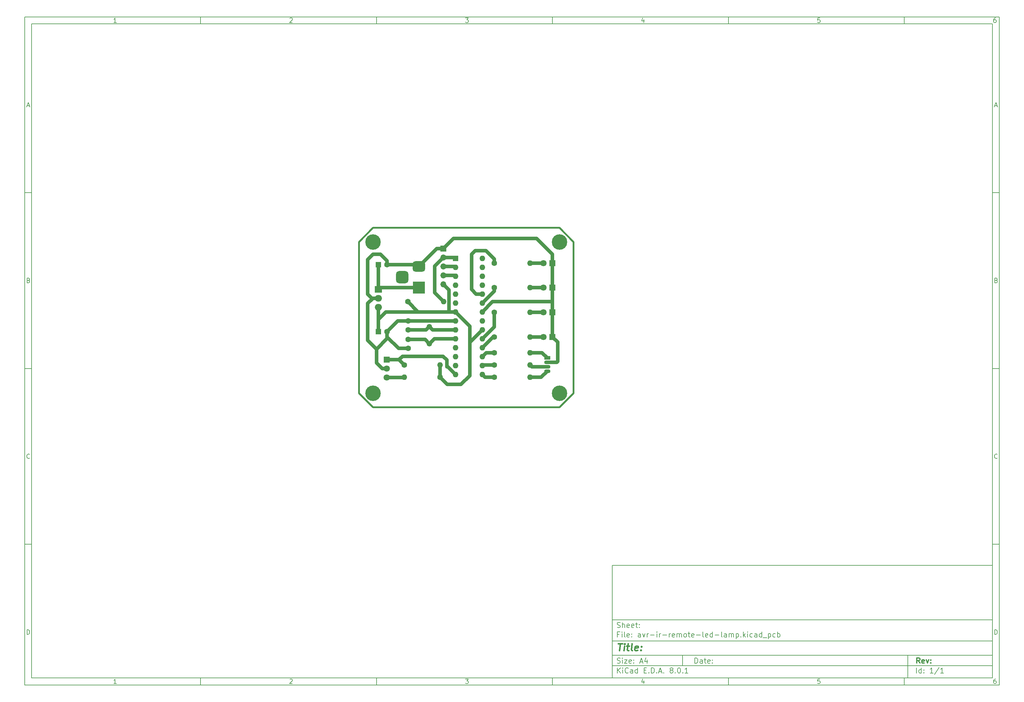
<source format=gbr>
%TF.GenerationSoftware,KiCad,Pcbnew,8.0.1*%
%TF.CreationDate,2024-05-04T21:14:10+05:30*%
%TF.ProjectId,avr-ir-remote-led-lamp,6176722d-6972-42d7-9265-6d6f74652d6c,rev?*%
%TF.SameCoordinates,Original*%
%TF.FileFunction,Copper,L2,Bot*%
%TF.FilePolarity,Positive*%
%FSLAX46Y46*%
G04 Gerber Fmt 4.6, Leading zero omitted, Abs format (unit mm)*
G04 Created by KiCad (PCBNEW 8.0.1) date 2024-05-04 21:14:10*
%MOMM*%
%LPD*%
G01*
G04 APERTURE LIST*
G04 Aperture macros list*
%AMRoundRect*
0 Rectangle with rounded corners*
0 $1 Rounding radius*
0 $2 $3 $4 $5 $6 $7 $8 $9 X,Y pos of 4 corners*
0 Add a 4 corners polygon primitive as box body*
4,1,4,$2,$3,$4,$5,$6,$7,$8,$9,$2,$3,0*
0 Add four circle primitives for the rounded corners*
1,1,$1+$1,$2,$3*
1,1,$1+$1,$4,$5*
1,1,$1+$1,$6,$7*
1,1,$1+$1,$8,$9*
0 Add four rect primitives between the rounded corners*
20,1,$1+$1,$2,$3,$4,$5,0*
20,1,$1+$1,$4,$5,$6,$7,0*
20,1,$1+$1,$6,$7,$8,$9,0*
20,1,$1+$1,$8,$9,$2,$3,0*%
G04 Aperture macros list end*
%ADD10C,0.100000*%
%ADD11C,0.150000*%
%ADD12C,0.300000*%
%ADD13C,0.400000*%
%TA.AperFunction,NonConductor*%
%ADD14C,0.500000*%
%TD*%
%TA.AperFunction,ComponentPad*%
%ADD15R,2.000000X1.905000*%
%TD*%
%TA.AperFunction,ComponentPad*%
%ADD16O,2.000000X1.905000*%
%TD*%
%TA.AperFunction,ComponentPad*%
%ADD17C,1.600000*%
%TD*%
%TA.AperFunction,ComponentPad*%
%ADD18O,1.600000X1.600000*%
%TD*%
%TA.AperFunction,ComponentPad*%
%ADD19R,1.800000X1.800000*%
%TD*%
%TA.AperFunction,ComponentPad*%
%ADD20C,1.800000*%
%TD*%
%TA.AperFunction,ComponentPad*%
%ADD21R,1.800000X1.070000*%
%TD*%
%TA.AperFunction,ComponentPad*%
%ADD22O,1.800000X1.070000*%
%TD*%
%TA.AperFunction,ComponentPad*%
%ADD23R,1.700000X1.700000*%
%TD*%
%TA.AperFunction,ComponentPad*%
%ADD24O,1.700000X1.700000*%
%TD*%
%TA.AperFunction,ComponentPad*%
%ADD25R,3.500000X3.500000*%
%TD*%
%TA.AperFunction,ComponentPad*%
%ADD26RoundRect,0.750000X-1.000000X0.750000X-1.000000X-0.750000X1.000000X-0.750000X1.000000X0.750000X0*%
%TD*%
%TA.AperFunction,ComponentPad*%
%ADD27RoundRect,0.875000X-0.875000X0.875000X-0.875000X-0.875000X0.875000X-0.875000X0.875000X0.875000X0*%
%TD*%
%TA.AperFunction,ComponentPad*%
%ADD28C,4.400000*%
%TD*%
%TA.AperFunction,ComponentPad*%
%ADD29R,1.600000X1.600000*%
%TD*%
%TA.AperFunction,ComponentPad*%
%ADD30C,1.500000*%
%TD*%
%TA.AperFunction,Conductor*%
%ADD31C,1.000000*%
%TD*%
G04 APERTURE END LIST*
D10*
D11*
X177002200Y-166007200D02*
X285002200Y-166007200D01*
X285002200Y-198007200D01*
X177002200Y-198007200D01*
X177002200Y-166007200D01*
D10*
D11*
X10000000Y-10000000D02*
X287002200Y-10000000D01*
X287002200Y-200007200D01*
X10000000Y-200007200D01*
X10000000Y-10000000D01*
D10*
D11*
X12000000Y-12000000D02*
X285002200Y-12000000D01*
X285002200Y-198007200D01*
X12000000Y-198007200D01*
X12000000Y-12000000D01*
D10*
D11*
X60000000Y-12000000D02*
X60000000Y-10000000D01*
D10*
D11*
X110000000Y-12000000D02*
X110000000Y-10000000D01*
D10*
D11*
X160000000Y-12000000D02*
X160000000Y-10000000D01*
D10*
D11*
X210000000Y-12000000D02*
X210000000Y-10000000D01*
D10*
D11*
X260000000Y-12000000D02*
X260000000Y-10000000D01*
D10*
D11*
X36089160Y-11593604D02*
X35346303Y-11593604D01*
X35717731Y-11593604D02*
X35717731Y-10293604D01*
X35717731Y-10293604D02*
X35593922Y-10479319D01*
X35593922Y-10479319D02*
X35470112Y-10603128D01*
X35470112Y-10603128D02*
X35346303Y-10665033D01*
D10*
D11*
X85346303Y-10417414D02*
X85408207Y-10355509D01*
X85408207Y-10355509D02*
X85532017Y-10293604D01*
X85532017Y-10293604D02*
X85841541Y-10293604D01*
X85841541Y-10293604D02*
X85965350Y-10355509D01*
X85965350Y-10355509D02*
X86027255Y-10417414D01*
X86027255Y-10417414D02*
X86089160Y-10541223D01*
X86089160Y-10541223D02*
X86089160Y-10665033D01*
X86089160Y-10665033D02*
X86027255Y-10850747D01*
X86027255Y-10850747D02*
X85284398Y-11593604D01*
X85284398Y-11593604D02*
X86089160Y-11593604D01*
D10*
D11*
X135284398Y-10293604D02*
X136089160Y-10293604D01*
X136089160Y-10293604D02*
X135655826Y-10788842D01*
X135655826Y-10788842D02*
X135841541Y-10788842D01*
X135841541Y-10788842D02*
X135965350Y-10850747D01*
X135965350Y-10850747D02*
X136027255Y-10912652D01*
X136027255Y-10912652D02*
X136089160Y-11036461D01*
X136089160Y-11036461D02*
X136089160Y-11345985D01*
X136089160Y-11345985D02*
X136027255Y-11469795D01*
X136027255Y-11469795D02*
X135965350Y-11531700D01*
X135965350Y-11531700D02*
X135841541Y-11593604D01*
X135841541Y-11593604D02*
X135470112Y-11593604D01*
X135470112Y-11593604D02*
X135346303Y-11531700D01*
X135346303Y-11531700D02*
X135284398Y-11469795D01*
D10*
D11*
X185965350Y-10726938D02*
X185965350Y-11593604D01*
X185655826Y-10231700D02*
X185346303Y-11160271D01*
X185346303Y-11160271D02*
X186151064Y-11160271D01*
D10*
D11*
X236027255Y-10293604D02*
X235408207Y-10293604D01*
X235408207Y-10293604D02*
X235346303Y-10912652D01*
X235346303Y-10912652D02*
X235408207Y-10850747D01*
X235408207Y-10850747D02*
X235532017Y-10788842D01*
X235532017Y-10788842D02*
X235841541Y-10788842D01*
X235841541Y-10788842D02*
X235965350Y-10850747D01*
X235965350Y-10850747D02*
X236027255Y-10912652D01*
X236027255Y-10912652D02*
X236089160Y-11036461D01*
X236089160Y-11036461D02*
X236089160Y-11345985D01*
X236089160Y-11345985D02*
X236027255Y-11469795D01*
X236027255Y-11469795D02*
X235965350Y-11531700D01*
X235965350Y-11531700D02*
X235841541Y-11593604D01*
X235841541Y-11593604D02*
X235532017Y-11593604D01*
X235532017Y-11593604D02*
X235408207Y-11531700D01*
X235408207Y-11531700D02*
X235346303Y-11469795D01*
D10*
D11*
X285965350Y-10293604D02*
X285717731Y-10293604D01*
X285717731Y-10293604D02*
X285593922Y-10355509D01*
X285593922Y-10355509D02*
X285532017Y-10417414D01*
X285532017Y-10417414D02*
X285408207Y-10603128D01*
X285408207Y-10603128D02*
X285346303Y-10850747D01*
X285346303Y-10850747D02*
X285346303Y-11345985D01*
X285346303Y-11345985D02*
X285408207Y-11469795D01*
X285408207Y-11469795D02*
X285470112Y-11531700D01*
X285470112Y-11531700D02*
X285593922Y-11593604D01*
X285593922Y-11593604D02*
X285841541Y-11593604D01*
X285841541Y-11593604D02*
X285965350Y-11531700D01*
X285965350Y-11531700D02*
X286027255Y-11469795D01*
X286027255Y-11469795D02*
X286089160Y-11345985D01*
X286089160Y-11345985D02*
X286089160Y-11036461D01*
X286089160Y-11036461D02*
X286027255Y-10912652D01*
X286027255Y-10912652D02*
X285965350Y-10850747D01*
X285965350Y-10850747D02*
X285841541Y-10788842D01*
X285841541Y-10788842D02*
X285593922Y-10788842D01*
X285593922Y-10788842D02*
X285470112Y-10850747D01*
X285470112Y-10850747D02*
X285408207Y-10912652D01*
X285408207Y-10912652D02*
X285346303Y-11036461D01*
D10*
D11*
X60000000Y-198007200D02*
X60000000Y-200007200D01*
D10*
D11*
X110000000Y-198007200D02*
X110000000Y-200007200D01*
D10*
D11*
X160000000Y-198007200D02*
X160000000Y-200007200D01*
D10*
D11*
X210000000Y-198007200D02*
X210000000Y-200007200D01*
D10*
D11*
X260000000Y-198007200D02*
X260000000Y-200007200D01*
D10*
D11*
X36089160Y-199600804D02*
X35346303Y-199600804D01*
X35717731Y-199600804D02*
X35717731Y-198300804D01*
X35717731Y-198300804D02*
X35593922Y-198486519D01*
X35593922Y-198486519D02*
X35470112Y-198610328D01*
X35470112Y-198610328D02*
X35346303Y-198672233D01*
D10*
D11*
X85346303Y-198424614D02*
X85408207Y-198362709D01*
X85408207Y-198362709D02*
X85532017Y-198300804D01*
X85532017Y-198300804D02*
X85841541Y-198300804D01*
X85841541Y-198300804D02*
X85965350Y-198362709D01*
X85965350Y-198362709D02*
X86027255Y-198424614D01*
X86027255Y-198424614D02*
X86089160Y-198548423D01*
X86089160Y-198548423D02*
X86089160Y-198672233D01*
X86089160Y-198672233D02*
X86027255Y-198857947D01*
X86027255Y-198857947D02*
X85284398Y-199600804D01*
X85284398Y-199600804D02*
X86089160Y-199600804D01*
D10*
D11*
X135284398Y-198300804D02*
X136089160Y-198300804D01*
X136089160Y-198300804D02*
X135655826Y-198796042D01*
X135655826Y-198796042D02*
X135841541Y-198796042D01*
X135841541Y-198796042D02*
X135965350Y-198857947D01*
X135965350Y-198857947D02*
X136027255Y-198919852D01*
X136027255Y-198919852D02*
X136089160Y-199043661D01*
X136089160Y-199043661D02*
X136089160Y-199353185D01*
X136089160Y-199353185D02*
X136027255Y-199476995D01*
X136027255Y-199476995D02*
X135965350Y-199538900D01*
X135965350Y-199538900D02*
X135841541Y-199600804D01*
X135841541Y-199600804D02*
X135470112Y-199600804D01*
X135470112Y-199600804D02*
X135346303Y-199538900D01*
X135346303Y-199538900D02*
X135284398Y-199476995D01*
D10*
D11*
X185965350Y-198734138D02*
X185965350Y-199600804D01*
X185655826Y-198238900D02*
X185346303Y-199167471D01*
X185346303Y-199167471D02*
X186151064Y-199167471D01*
D10*
D11*
X236027255Y-198300804D02*
X235408207Y-198300804D01*
X235408207Y-198300804D02*
X235346303Y-198919852D01*
X235346303Y-198919852D02*
X235408207Y-198857947D01*
X235408207Y-198857947D02*
X235532017Y-198796042D01*
X235532017Y-198796042D02*
X235841541Y-198796042D01*
X235841541Y-198796042D02*
X235965350Y-198857947D01*
X235965350Y-198857947D02*
X236027255Y-198919852D01*
X236027255Y-198919852D02*
X236089160Y-199043661D01*
X236089160Y-199043661D02*
X236089160Y-199353185D01*
X236089160Y-199353185D02*
X236027255Y-199476995D01*
X236027255Y-199476995D02*
X235965350Y-199538900D01*
X235965350Y-199538900D02*
X235841541Y-199600804D01*
X235841541Y-199600804D02*
X235532017Y-199600804D01*
X235532017Y-199600804D02*
X235408207Y-199538900D01*
X235408207Y-199538900D02*
X235346303Y-199476995D01*
D10*
D11*
X285965350Y-198300804D02*
X285717731Y-198300804D01*
X285717731Y-198300804D02*
X285593922Y-198362709D01*
X285593922Y-198362709D02*
X285532017Y-198424614D01*
X285532017Y-198424614D02*
X285408207Y-198610328D01*
X285408207Y-198610328D02*
X285346303Y-198857947D01*
X285346303Y-198857947D02*
X285346303Y-199353185D01*
X285346303Y-199353185D02*
X285408207Y-199476995D01*
X285408207Y-199476995D02*
X285470112Y-199538900D01*
X285470112Y-199538900D02*
X285593922Y-199600804D01*
X285593922Y-199600804D02*
X285841541Y-199600804D01*
X285841541Y-199600804D02*
X285965350Y-199538900D01*
X285965350Y-199538900D02*
X286027255Y-199476995D01*
X286027255Y-199476995D02*
X286089160Y-199353185D01*
X286089160Y-199353185D02*
X286089160Y-199043661D01*
X286089160Y-199043661D02*
X286027255Y-198919852D01*
X286027255Y-198919852D02*
X285965350Y-198857947D01*
X285965350Y-198857947D02*
X285841541Y-198796042D01*
X285841541Y-198796042D02*
X285593922Y-198796042D01*
X285593922Y-198796042D02*
X285470112Y-198857947D01*
X285470112Y-198857947D02*
X285408207Y-198919852D01*
X285408207Y-198919852D02*
X285346303Y-199043661D01*
D10*
D11*
X10000000Y-60000000D02*
X12000000Y-60000000D01*
D10*
D11*
X10000000Y-110000000D02*
X12000000Y-110000000D01*
D10*
D11*
X10000000Y-160000000D02*
X12000000Y-160000000D01*
D10*
D11*
X10690476Y-35222176D02*
X11309523Y-35222176D01*
X10566666Y-35593604D02*
X10999999Y-34293604D01*
X10999999Y-34293604D02*
X11433333Y-35593604D01*
D10*
D11*
X11092857Y-84912652D02*
X11278571Y-84974557D01*
X11278571Y-84974557D02*
X11340476Y-85036461D01*
X11340476Y-85036461D02*
X11402380Y-85160271D01*
X11402380Y-85160271D02*
X11402380Y-85345985D01*
X11402380Y-85345985D02*
X11340476Y-85469795D01*
X11340476Y-85469795D02*
X11278571Y-85531700D01*
X11278571Y-85531700D02*
X11154761Y-85593604D01*
X11154761Y-85593604D02*
X10659523Y-85593604D01*
X10659523Y-85593604D02*
X10659523Y-84293604D01*
X10659523Y-84293604D02*
X11092857Y-84293604D01*
X11092857Y-84293604D02*
X11216666Y-84355509D01*
X11216666Y-84355509D02*
X11278571Y-84417414D01*
X11278571Y-84417414D02*
X11340476Y-84541223D01*
X11340476Y-84541223D02*
X11340476Y-84665033D01*
X11340476Y-84665033D02*
X11278571Y-84788842D01*
X11278571Y-84788842D02*
X11216666Y-84850747D01*
X11216666Y-84850747D02*
X11092857Y-84912652D01*
X11092857Y-84912652D02*
X10659523Y-84912652D01*
D10*
D11*
X11402380Y-135469795D02*
X11340476Y-135531700D01*
X11340476Y-135531700D02*
X11154761Y-135593604D01*
X11154761Y-135593604D02*
X11030952Y-135593604D01*
X11030952Y-135593604D02*
X10845238Y-135531700D01*
X10845238Y-135531700D02*
X10721428Y-135407890D01*
X10721428Y-135407890D02*
X10659523Y-135284080D01*
X10659523Y-135284080D02*
X10597619Y-135036461D01*
X10597619Y-135036461D02*
X10597619Y-134850747D01*
X10597619Y-134850747D02*
X10659523Y-134603128D01*
X10659523Y-134603128D02*
X10721428Y-134479319D01*
X10721428Y-134479319D02*
X10845238Y-134355509D01*
X10845238Y-134355509D02*
X11030952Y-134293604D01*
X11030952Y-134293604D02*
X11154761Y-134293604D01*
X11154761Y-134293604D02*
X11340476Y-134355509D01*
X11340476Y-134355509D02*
X11402380Y-134417414D01*
D10*
D11*
X10659523Y-185593604D02*
X10659523Y-184293604D01*
X10659523Y-184293604D02*
X10969047Y-184293604D01*
X10969047Y-184293604D02*
X11154761Y-184355509D01*
X11154761Y-184355509D02*
X11278571Y-184479319D01*
X11278571Y-184479319D02*
X11340476Y-184603128D01*
X11340476Y-184603128D02*
X11402380Y-184850747D01*
X11402380Y-184850747D02*
X11402380Y-185036461D01*
X11402380Y-185036461D02*
X11340476Y-185284080D01*
X11340476Y-185284080D02*
X11278571Y-185407890D01*
X11278571Y-185407890D02*
X11154761Y-185531700D01*
X11154761Y-185531700D02*
X10969047Y-185593604D01*
X10969047Y-185593604D02*
X10659523Y-185593604D01*
D10*
D11*
X287002200Y-60000000D02*
X285002200Y-60000000D01*
D10*
D11*
X287002200Y-110000000D02*
X285002200Y-110000000D01*
D10*
D11*
X287002200Y-160000000D02*
X285002200Y-160000000D01*
D10*
D11*
X285692676Y-35222176D02*
X286311723Y-35222176D01*
X285568866Y-35593604D02*
X286002199Y-34293604D01*
X286002199Y-34293604D02*
X286435533Y-35593604D01*
D10*
D11*
X286095057Y-84912652D02*
X286280771Y-84974557D01*
X286280771Y-84974557D02*
X286342676Y-85036461D01*
X286342676Y-85036461D02*
X286404580Y-85160271D01*
X286404580Y-85160271D02*
X286404580Y-85345985D01*
X286404580Y-85345985D02*
X286342676Y-85469795D01*
X286342676Y-85469795D02*
X286280771Y-85531700D01*
X286280771Y-85531700D02*
X286156961Y-85593604D01*
X286156961Y-85593604D02*
X285661723Y-85593604D01*
X285661723Y-85593604D02*
X285661723Y-84293604D01*
X285661723Y-84293604D02*
X286095057Y-84293604D01*
X286095057Y-84293604D02*
X286218866Y-84355509D01*
X286218866Y-84355509D02*
X286280771Y-84417414D01*
X286280771Y-84417414D02*
X286342676Y-84541223D01*
X286342676Y-84541223D02*
X286342676Y-84665033D01*
X286342676Y-84665033D02*
X286280771Y-84788842D01*
X286280771Y-84788842D02*
X286218866Y-84850747D01*
X286218866Y-84850747D02*
X286095057Y-84912652D01*
X286095057Y-84912652D02*
X285661723Y-84912652D01*
D10*
D11*
X286404580Y-135469795D02*
X286342676Y-135531700D01*
X286342676Y-135531700D02*
X286156961Y-135593604D01*
X286156961Y-135593604D02*
X286033152Y-135593604D01*
X286033152Y-135593604D02*
X285847438Y-135531700D01*
X285847438Y-135531700D02*
X285723628Y-135407890D01*
X285723628Y-135407890D02*
X285661723Y-135284080D01*
X285661723Y-135284080D02*
X285599819Y-135036461D01*
X285599819Y-135036461D02*
X285599819Y-134850747D01*
X285599819Y-134850747D02*
X285661723Y-134603128D01*
X285661723Y-134603128D02*
X285723628Y-134479319D01*
X285723628Y-134479319D02*
X285847438Y-134355509D01*
X285847438Y-134355509D02*
X286033152Y-134293604D01*
X286033152Y-134293604D02*
X286156961Y-134293604D01*
X286156961Y-134293604D02*
X286342676Y-134355509D01*
X286342676Y-134355509D02*
X286404580Y-134417414D01*
D10*
D11*
X285661723Y-185593604D02*
X285661723Y-184293604D01*
X285661723Y-184293604D02*
X285971247Y-184293604D01*
X285971247Y-184293604D02*
X286156961Y-184355509D01*
X286156961Y-184355509D02*
X286280771Y-184479319D01*
X286280771Y-184479319D02*
X286342676Y-184603128D01*
X286342676Y-184603128D02*
X286404580Y-184850747D01*
X286404580Y-184850747D02*
X286404580Y-185036461D01*
X286404580Y-185036461D02*
X286342676Y-185284080D01*
X286342676Y-185284080D02*
X286280771Y-185407890D01*
X286280771Y-185407890D02*
X286156961Y-185531700D01*
X286156961Y-185531700D02*
X285971247Y-185593604D01*
X285971247Y-185593604D02*
X285661723Y-185593604D01*
D10*
D11*
X200458026Y-193793328D02*
X200458026Y-192293328D01*
X200458026Y-192293328D02*
X200815169Y-192293328D01*
X200815169Y-192293328D02*
X201029455Y-192364757D01*
X201029455Y-192364757D02*
X201172312Y-192507614D01*
X201172312Y-192507614D02*
X201243741Y-192650471D01*
X201243741Y-192650471D02*
X201315169Y-192936185D01*
X201315169Y-192936185D02*
X201315169Y-193150471D01*
X201315169Y-193150471D02*
X201243741Y-193436185D01*
X201243741Y-193436185D02*
X201172312Y-193579042D01*
X201172312Y-193579042D02*
X201029455Y-193721900D01*
X201029455Y-193721900D02*
X200815169Y-193793328D01*
X200815169Y-193793328D02*
X200458026Y-193793328D01*
X202600884Y-193793328D02*
X202600884Y-193007614D01*
X202600884Y-193007614D02*
X202529455Y-192864757D01*
X202529455Y-192864757D02*
X202386598Y-192793328D01*
X202386598Y-192793328D02*
X202100884Y-192793328D01*
X202100884Y-192793328D02*
X201958026Y-192864757D01*
X202600884Y-193721900D02*
X202458026Y-193793328D01*
X202458026Y-193793328D02*
X202100884Y-193793328D01*
X202100884Y-193793328D02*
X201958026Y-193721900D01*
X201958026Y-193721900D02*
X201886598Y-193579042D01*
X201886598Y-193579042D02*
X201886598Y-193436185D01*
X201886598Y-193436185D02*
X201958026Y-193293328D01*
X201958026Y-193293328D02*
X202100884Y-193221900D01*
X202100884Y-193221900D02*
X202458026Y-193221900D01*
X202458026Y-193221900D02*
X202600884Y-193150471D01*
X203100884Y-192793328D02*
X203672312Y-192793328D01*
X203315169Y-192293328D02*
X203315169Y-193579042D01*
X203315169Y-193579042D02*
X203386598Y-193721900D01*
X203386598Y-193721900D02*
X203529455Y-193793328D01*
X203529455Y-193793328D02*
X203672312Y-193793328D01*
X204743741Y-193721900D02*
X204600884Y-193793328D01*
X204600884Y-193793328D02*
X204315170Y-193793328D01*
X204315170Y-193793328D02*
X204172312Y-193721900D01*
X204172312Y-193721900D02*
X204100884Y-193579042D01*
X204100884Y-193579042D02*
X204100884Y-193007614D01*
X204100884Y-193007614D02*
X204172312Y-192864757D01*
X204172312Y-192864757D02*
X204315170Y-192793328D01*
X204315170Y-192793328D02*
X204600884Y-192793328D01*
X204600884Y-192793328D02*
X204743741Y-192864757D01*
X204743741Y-192864757D02*
X204815170Y-193007614D01*
X204815170Y-193007614D02*
X204815170Y-193150471D01*
X204815170Y-193150471D02*
X204100884Y-193293328D01*
X205458026Y-193650471D02*
X205529455Y-193721900D01*
X205529455Y-193721900D02*
X205458026Y-193793328D01*
X205458026Y-193793328D02*
X205386598Y-193721900D01*
X205386598Y-193721900D02*
X205458026Y-193650471D01*
X205458026Y-193650471D02*
X205458026Y-193793328D01*
X205458026Y-192864757D02*
X205529455Y-192936185D01*
X205529455Y-192936185D02*
X205458026Y-193007614D01*
X205458026Y-193007614D02*
X205386598Y-192936185D01*
X205386598Y-192936185D02*
X205458026Y-192864757D01*
X205458026Y-192864757D02*
X205458026Y-193007614D01*
D10*
D11*
X177002200Y-194507200D02*
X285002200Y-194507200D01*
D10*
D11*
X178458026Y-196593328D02*
X178458026Y-195093328D01*
X179315169Y-196593328D02*
X178672312Y-195736185D01*
X179315169Y-195093328D02*
X178458026Y-195950471D01*
X179958026Y-196593328D02*
X179958026Y-195593328D01*
X179958026Y-195093328D02*
X179886598Y-195164757D01*
X179886598Y-195164757D02*
X179958026Y-195236185D01*
X179958026Y-195236185D02*
X180029455Y-195164757D01*
X180029455Y-195164757D02*
X179958026Y-195093328D01*
X179958026Y-195093328D02*
X179958026Y-195236185D01*
X181529455Y-196450471D02*
X181458027Y-196521900D01*
X181458027Y-196521900D02*
X181243741Y-196593328D01*
X181243741Y-196593328D02*
X181100884Y-196593328D01*
X181100884Y-196593328D02*
X180886598Y-196521900D01*
X180886598Y-196521900D02*
X180743741Y-196379042D01*
X180743741Y-196379042D02*
X180672312Y-196236185D01*
X180672312Y-196236185D02*
X180600884Y-195950471D01*
X180600884Y-195950471D02*
X180600884Y-195736185D01*
X180600884Y-195736185D02*
X180672312Y-195450471D01*
X180672312Y-195450471D02*
X180743741Y-195307614D01*
X180743741Y-195307614D02*
X180886598Y-195164757D01*
X180886598Y-195164757D02*
X181100884Y-195093328D01*
X181100884Y-195093328D02*
X181243741Y-195093328D01*
X181243741Y-195093328D02*
X181458027Y-195164757D01*
X181458027Y-195164757D02*
X181529455Y-195236185D01*
X182815170Y-196593328D02*
X182815170Y-195807614D01*
X182815170Y-195807614D02*
X182743741Y-195664757D01*
X182743741Y-195664757D02*
X182600884Y-195593328D01*
X182600884Y-195593328D02*
X182315170Y-195593328D01*
X182315170Y-195593328D02*
X182172312Y-195664757D01*
X182815170Y-196521900D02*
X182672312Y-196593328D01*
X182672312Y-196593328D02*
X182315170Y-196593328D01*
X182315170Y-196593328D02*
X182172312Y-196521900D01*
X182172312Y-196521900D02*
X182100884Y-196379042D01*
X182100884Y-196379042D02*
X182100884Y-196236185D01*
X182100884Y-196236185D02*
X182172312Y-196093328D01*
X182172312Y-196093328D02*
X182315170Y-196021900D01*
X182315170Y-196021900D02*
X182672312Y-196021900D01*
X182672312Y-196021900D02*
X182815170Y-195950471D01*
X184172313Y-196593328D02*
X184172313Y-195093328D01*
X184172313Y-196521900D02*
X184029455Y-196593328D01*
X184029455Y-196593328D02*
X183743741Y-196593328D01*
X183743741Y-196593328D02*
X183600884Y-196521900D01*
X183600884Y-196521900D02*
X183529455Y-196450471D01*
X183529455Y-196450471D02*
X183458027Y-196307614D01*
X183458027Y-196307614D02*
X183458027Y-195879042D01*
X183458027Y-195879042D02*
X183529455Y-195736185D01*
X183529455Y-195736185D02*
X183600884Y-195664757D01*
X183600884Y-195664757D02*
X183743741Y-195593328D01*
X183743741Y-195593328D02*
X184029455Y-195593328D01*
X184029455Y-195593328D02*
X184172313Y-195664757D01*
X186029455Y-195807614D02*
X186529455Y-195807614D01*
X186743741Y-196593328D02*
X186029455Y-196593328D01*
X186029455Y-196593328D02*
X186029455Y-195093328D01*
X186029455Y-195093328D02*
X186743741Y-195093328D01*
X187386598Y-196450471D02*
X187458027Y-196521900D01*
X187458027Y-196521900D02*
X187386598Y-196593328D01*
X187386598Y-196593328D02*
X187315170Y-196521900D01*
X187315170Y-196521900D02*
X187386598Y-196450471D01*
X187386598Y-196450471D02*
X187386598Y-196593328D01*
X188100884Y-196593328D02*
X188100884Y-195093328D01*
X188100884Y-195093328D02*
X188458027Y-195093328D01*
X188458027Y-195093328D02*
X188672313Y-195164757D01*
X188672313Y-195164757D02*
X188815170Y-195307614D01*
X188815170Y-195307614D02*
X188886599Y-195450471D01*
X188886599Y-195450471D02*
X188958027Y-195736185D01*
X188958027Y-195736185D02*
X188958027Y-195950471D01*
X188958027Y-195950471D02*
X188886599Y-196236185D01*
X188886599Y-196236185D02*
X188815170Y-196379042D01*
X188815170Y-196379042D02*
X188672313Y-196521900D01*
X188672313Y-196521900D02*
X188458027Y-196593328D01*
X188458027Y-196593328D02*
X188100884Y-196593328D01*
X189600884Y-196450471D02*
X189672313Y-196521900D01*
X189672313Y-196521900D02*
X189600884Y-196593328D01*
X189600884Y-196593328D02*
X189529456Y-196521900D01*
X189529456Y-196521900D02*
X189600884Y-196450471D01*
X189600884Y-196450471D02*
X189600884Y-196593328D01*
X190243742Y-196164757D02*
X190958028Y-196164757D01*
X190100885Y-196593328D02*
X190600885Y-195093328D01*
X190600885Y-195093328D02*
X191100885Y-196593328D01*
X191600884Y-196450471D02*
X191672313Y-196521900D01*
X191672313Y-196521900D02*
X191600884Y-196593328D01*
X191600884Y-196593328D02*
X191529456Y-196521900D01*
X191529456Y-196521900D02*
X191600884Y-196450471D01*
X191600884Y-196450471D02*
X191600884Y-196593328D01*
X193672313Y-195736185D02*
X193529456Y-195664757D01*
X193529456Y-195664757D02*
X193458027Y-195593328D01*
X193458027Y-195593328D02*
X193386599Y-195450471D01*
X193386599Y-195450471D02*
X193386599Y-195379042D01*
X193386599Y-195379042D02*
X193458027Y-195236185D01*
X193458027Y-195236185D02*
X193529456Y-195164757D01*
X193529456Y-195164757D02*
X193672313Y-195093328D01*
X193672313Y-195093328D02*
X193958027Y-195093328D01*
X193958027Y-195093328D02*
X194100885Y-195164757D01*
X194100885Y-195164757D02*
X194172313Y-195236185D01*
X194172313Y-195236185D02*
X194243742Y-195379042D01*
X194243742Y-195379042D02*
X194243742Y-195450471D01*
X194243742Y-195450471D02*
X194172313Y-195593328D01*
X194172313Y-195593328D02*
X194100885Y-195664757D01*
X194100885Y-195664757D02*
X193958027Y-195736185D01*
X193958027Y-195736185D02*
X193672313Y-195736185D01*
X193672313Y-195736185D02*
X193529456Y-195807614D01*
X193529456Y-195807614D02*
X193458027Y-195879042D01*
X193458027Y-195879042D02*
X193386599Y-196021900D01*
X193386599Y-196021900D02*
X193386599Y-196307614D01*
X193386599Y-196307614D02*
X193458027Y-196450471D01*
X193458027Y-196450471D02*
X193529456Y-196521900D01*
X193529456Y-196521900D02*
X193672313Y-196593328D01*
X193672313Y-196593328D02*
X193958027Y-196593328D01*
X193958027Y-196593328D02*
X194100885Y-196521900D01*
X194100885Y-196521900D02*
X194172313Y-196450471D01*
X194172313Y-196450471D02*
X194243742Y-196307614D01*
X194243742Y-196307614D02*
X194243742Y-196021900D01*
X194243742Y-196021900D02*
X194172313Y-195879042D01*
X194172313Y-195879042D02*
X194100885Y-195807614D01*
X194100885Y-195807614D02*
X193958027Y-195736185D01*
X194886598Y-196450471D02*
X194958027Y-196521900D01*
X194958027Y-196521900D02*
X194886598Y-196593328D01*
X194886598Y-196593328D02*
X194815170Y-196521900D01*
X194815170Y-196521900D02*
X194886598Y-196450471D01*
X194886598Y-196450471D02*
X194886598Y-196593328D01*
X195886599Y-195093328D02*
X196029456Y-195093328D01*
X196029456Y-195093328D02*
X196172313Y-195164757D01*
X196172313Y-195164757D02*
X196243742Y-195236185D01*
X196243742Y-195236185D02*
X196315170Y-195379042D01*
X196315170Y-195379042D02*
X196386599Y-195664757D01*
X196386599Y-195664757D02*
X196386599Y-196021900D01*
X196386599Y-196021900D02*
X196315170Y-196307614D01*
X196315170Y-196307614D02*
X196243742Y-196450471D01*
X196243742Y-196450471D02*
X196172313Y-196521900D01*
X196172313Y-196521900D02*
X196029456Y-196593328D01*
X196029456Y-196593328D02*
X195886599Y-196593328D01*
X195886599Y-196593328D02*
X195743742Y-196521900D01*
X195743742Y-196521900D02*
X195672313Y-196450471D01*
X195672313Y-196450471D02*
X195600884Y-196307614D01*
X195600884Y-196307614D02*
X195529456Y-196021900D01*
X195529456Y-196021900D02*
X195529456Y-195664757D01*
X195529456Y-195664757D02*
X195600884Y-195379042D01*
X195600884Y-195379042D02*
X195672313Y-195236185D01*
X195672313Y-195236185D02*
X195743742Y-195164757D01*
X195743742Y-195164757D02*
X195886599Y-195093328D01*
X197029455Y-196450471D02*
X197100884Y-196521900D01*
X197100884Y-196521900D02*
X197029455Y-196593328D01*
X197029455Y-196593328D02*
X196958027Y-196521900D01*
X196958027Y-196521900D02*
X197029455Y-196450471D01*
X197029455Y-196450471D02*
X197029455Y-196593328D01*
X198529456Y-196593328D02*
X197672313Y-196593328D01*
X198100884Y-196593328D02*
X198100884Y-195093328D01*
X198100884Y-195093328D02*
X197958027Y-195307614D01*
X197958027Y-195307614D02*
X197815170Y-195450471D01*
X197815170Y-195450471D02*
X197672313Y-195521900D01*
D10*
D11*
X177002200Y-191507200D02*
X285002200Y-191507200D01*
D10*
D12*
X264413853Y-193785528D02*
X263913853Y-193071242D01*
X263556710Y-193785528D02*
X263556710Y-192285528D01*
X263556710Y-192285528D02*
X264128139Y-192285528D01*
X264128139Y-192285528D02*
X264270996Y-192356957D01*
X264270996Y-192356957D02*
X264342425Y-192428385D01*
X264342425Y-192428385D02*
X264413853Y-192571242D01*
X264413853Y-192571242D02*
X264413853Y-192785528D01*
X264413853Y-192785528D02*
X264342425Y-192928385D01*
X264342425Y-192928385D02*
X264270996Y-192999814D01*
X264270996Y-192999814D02*
X264128139Y-193071242D01*
X264128139Y-193071242D02*
X263556710Y-193071242D01*
X265628139Y-193714100D02*
X265485282Y-193785528D01*
X265485282Y-193785528D02*
X265199568Y-193785528D01*
X265199568Y-193785528D02*
X265056710Y-193714100D01*
X265056710Y-193714100D02*
X264985282Y-193571242D01*
X264985282Y-193571242D02*
X264985282Y-192999814D01*
X264985282Y-192999814D02*
X265056710Y-192856957D01*
X265056710Y-192856957D02*
X265199568Y-192785528D01*
X265199568Y-192785528D02*
X265485282Y-192785528D01*
X265485282Y-192785528D02*
X265628139Y-192856957D01*
X265628139Y-192856957D02*
X265699568Y-192999814D01*
X265699568Y-192999814D02*
X265699568Y-193142671D01*
X265699568Y-193142671D02*
X264985282Y-193285528D01*
X266199567Y-192785528D02*
X266556710Y-193785528D01*
X266556710Y-193785528D02*
X266913853Y-192785528D01*
X267485281Y-193642671D02*
X267556710Y-193714100D01*
X267556710Y-193714100D02*
X267485281Y-193785528D01*
X267485281Y-193785528D02*
X267413853Y-193714100D01*
X267413853Y-193714100D02*
X267485281Y-193642671D01*
X267485281Y-193642671D02*
X267485281Y-193785528D01*
X267485281Y-192856957D02*
X267556710Y-192928385D01*
X267556710Y-192928385D02*
X267485281Y-192999814D01*
X267485281Y-192999814D02*
X267413853Y-192928385D01*
X267413853Y-192928385D02*
X267485281Y-192856957D01*
X267485281Y-192856957D02*
X267485281Y-192999814D01*
D10*
D11*
X178386598Y-193721900D02*
X178600884Y-193793328D01*
X178600884Y-193793328D02*
X178958026Y-193793328D01*
X178958026Y-193793328D02*
X179100884Y-193721900D01*
X179100884Y-193721900D02*
X179172312Y-193650471D01*
X179172312Y-193650471D02*
X179243741Y-193507614D01*
X179243741Y-193507614D02*
X179243741Y-193364757D01*
X179243741Y-193364757D02*
X179172312Y-193221900D01*
X179172312Y-193221900D02*
X179100884Y-193150471D01*
X179100884Y-193150471D02*
X178958026Y-193079042D01*
X178958026Y-193079042D02*
X178672312Y-193007614D01*
X178672312Y-193007614D02*
X178529455Y-192936185D01*
X178529455Y-192936185D02*
X178458026Y-192864757D01*
X178458026Y-192864757D02*
X178386598Y-192721900D01*
X178386598Y-192721900D02*
X178386598Y-192579042D01*
X178386598Y-192579042D02*
X178458026Y-192436185D01*
X178458026Y-192436185D02*
X178529455Y-192364757D01*
X178529455Y-192364757D02*
X178672312Y-192293328D01*
X178672312Y-192293328D02*
X179029455Y-192293328D01*
X179029455Y-192293328D02*
X179243741Y-192364757D01*
X179886597Y-193793328D02*
X179886597Y-192793328D01*
X179886597Y-192293328D02*
X179815169Y-192364757D01*
X179815169Y-192364757D02*
X179886597Y-192436185D01*
X179886597Y-192436185D02*
X179958026Y-192364757D01*
X179958026Y-192364757D02*
X179886597Y-192293328D01*
X179886597Y-192293328D02*
X179886597Y-192436185D01*
X180458026Y-192793328D02*
X181243741Y-192793328D01*
X181243741Y-192793328D02*
X180458026Y-193793328D01*
X180458026Y-193793328D02*
X181243741Y-193793328D01*
X182386598Y-193721900D02*
X182243741Y-193793328D01*
X182243741Y-193793328D02*
X181958027Y-193793328D01*
X181958027Y-193793328D02*
X181815169Y-193721900D01*
X181815169Y-193721900D02*
X181743741Y-193579042D01*
X181743741Y-193579042D02*
X181743741Y-193007614D01*
X181743741Y-193007614D02*
X181815169Y-192864757D01*
X181815169Y-192864757D02*
X181958027Y-192793328D01*
X181958027Y-192793328D02*
X182243741Y-192793328D01*
X182243741Y-192793328D02*
X182386598Y-192864757D01*
X182386598Y-192864757D02*
X182458027Y-193007614D01*
X182458027Y-193007614D02*
X182458027Y-193150471D01*
X182458027Y-193150471D02*
X181743741Y-193293328D01*
X183100883Y-193650471D02*
X183172312Y-193721900D01*
X183172312Y-193721900D02*
X183100883Y-193793328D01*
X183100883Y-193793328D02*
X183029455Y-193721900D01*
X183029455Y-193721900D02*
X183100883Y-193650471D01*
X183100883Y-193650471D02*
X183100883Y-193793328D01*
X183100883Y-192864757D02*
X183172312Y-192936185D01*
X183172312Y-192936185D02*
X183100883Y-193007614D01*
X183100883Y-193007614D02*
X183029455Y-192936185D01*
X183029455Y-192936185D02*
X183100883Y-192864757D01*
X183100883Y-192864757D02*
X183100883Y-193007614D01*
X184886598Y-193364757D02*
X185600884Y-193364757D01*
X184743741Y-193793328D02*
X185243741Y-192293328D01*
X185243741Y-192293328D02*
X185743741Y-193793328D01*
X186886598Y-192793328D02*
X186886598Y-193793328D01*
X186529455Y-192221900D02*
X186172312Y-193293328D01*
X186172312Y-193293328D02*
X187100883Y-193293328D01*
D10*
D11*
X263458026Y-196593328D02*
X263458026Y-195093328D01*
X264815170Y-196593328D02*
X264815170Y-195093328D01*
X264815170Y-196521900D02*
X264672312Y-196593328D01*
X264672312Y-196593328D02*
X264386598Y-196593328D01*
X264386598Y-196593328D02*
X264243741Y-196521900D01*
X264243741Y-196521900D02*
X264172312Y-196450471D01*
X264172312Y-196450471D02*
X264100884Y-196307614D01*
X264100884Y-196307614D02*
X264100884Y-195879042D01*
X264100884Y-195879042D02*
X264172312Y-195736185D01*
X264172312Y-195736185D02*
X264243741Y-195664757D01*
X264243741Y-195664757D02*
X264386598Y-195593328D01*
X264386598Y-195593328D02*
X264672312Y-195593328D01*
X264672312Y-195593328D02*
X264815170Y-195664757D01*
X265529455Y-196450471D02*
X265600884Y-196521900D01*
X265600884Y-196521900D02*
X265529455Y-196593328D01*
X265529455Y-196593328D02*
X265458027Y-196521900D01*
X265458027Y-196521900D02*
X265529455Y-196450471D01*
X265529455Y-196450471D02*
X265529455Y-196593328D01*
X265529455Y-195664757D02*
X265600884Y-195736185D01*
X265600884Y-195736185D02*
X265529455Y-195807614D01*
X265529455Y-195807614D02*
X265458027Y-195736185D01*
X265458027Y-195736185D02*
X265529455Y-195664757D01*
X265529455Y-195664757D02*
X265529455Y-195807614D01*
X268172313Y-196593328D02*
X267315170Y-196593328D01*
X267743741Y-196593328D02*
X267743741Y-195093328D01*
X267743741Y-195093328D02*
X267600884Y-195307614D01*
X267600884Y-195307614D02*
X267458027Y-195450471D01*
X267458027Y-195450471D02*
X267315170Y-195521900D01*
X269886598Y-195021900D02*
X268600884Y-196950471D01*
X271172313Y-196593328D02*
X270315170Y-196593328D01*
X270743741Y-196593328D02*
X270743741Y-195093328D01*
X270743741Y-195093328D02*
X270600884Y-195307614D01*
X270600884Y-195307614D02*
X270458027Y-195450471D01*
X270458027Y-195450471D02*
X270315170Y-195521900D01*
D10*
D11*
X177002200Y-187507200D02*
X285002200Y-187507200D01*
D10*
D13*
X178693928Y-188211638D02*
X179836785Y-188211638D01*
X179015357Y-190211638D02*
X179265357Y-188211638D01*
X180253452Y-190211638D02*
X180420119Y-188878304D01*
X180503452Y-188211638D02*
X180396309Y-188306876D01*
X180396309Y-188306876D02*
X180479643Y-188402114D01*
X180479643Y-188402114D02*
X180586786Y-188306876D01*
X180586786Y-188306876D02*
X180503452Y-188211638D01*
X180503452Y-188211638D02*
X180479643Y-188402114D01*
X181086786Y-188878304D02*
X181848690Y-188878304D01*
X181455833Y-188211638D02*
X181241548Y-189925923D01*
X181241548Y-189925923D02*
X181312976Y-190116400D01*
X181312976Y-190116400D02*
X181491548Y-190211638D01*
X181491548Y-190211638D02*
X181682024Y-190211638D01*
X182634405Y-190211638D02*
X182455833Y-190116400D01*
X182455833Y-190116400D02*
X182384405Y-189925923D01*
X182384405Y-189925923D02*
X182598690Y-188211638D01*
X184170119Y-190116400D02*
X183967738Y-190211638D01*
X183967738Y-190211638D02*
X183586785Y-190211638D01*
X183586785Y-190211638D02*
X183408214Y-190116400D01*
X183408214Y-190116400D02*
X183336785Y-189925923D01*
X183336785Y-189925923D02*
X183432024Y-189164019D01*
X183432024Y-189164019D02*
X183551071Y-188973542D01*
X183551071Y-188973542D02*
X183753452Y-188878304D01*
X183753452Y-188878304D02*
X184134404Y-188878304D01*
X184134404Y-188878304D02*
X184312976Y-188973542D01*
X184312976Y-188973542D02*
X184384404Y-189164019D01*
X184384404Y-189164019D02*
X184360595Y-189354495D01*
X184360595Y-189354495D02*
X183384404Y-189544971D01*
X185134405Y-190021161D02*
X185217738Y-190116400D01*
X185217738Y-190116400D02*
X185110595Y-190211638D01*
X185110595Y-190211638D02*
X185027262Y-190116400D01*
X185027262Y-190116400D02*
X185134405Y-190021161D01*
X185134405Y-190021161D02*
X185110595Y-190211638D01*
X185265357Y-188973542D02*
X185348690Y-189068780D01*
X185348690Y-189068780D02*
X185241548Y-189164019D01*
X185241548Y-189164019D02*
X185158214Y-189068780D01*
X185158214Y-189068780D02*
X185265357Y-188973542D01*
X185265357Y-188973542D02*
X185241548Y-189164019D01*
D10*
D11*
X178958026Y-185607614D02*
X178458026Y-185607614D01*
X178458026Y-186393328D02*
X178458026Y-184893328D01*
X178458026Y-184893328D02*
X179172312Y-184893328D01*
X179743740Y-186393328D02*
X179743740Y-185393328D01*
X179743740Y-184893328D02*
X179672312Y-184964757D01*
X179672312Y-184964757D02*
X179743740Y-185036185D01*
X179743740Y-185036185D02*
X179815169Y-184964757D01*
X179815169Y-184964757D02*
X179743740Y-184893328D01*
X179743740Y-184893328D02*
X179743740Y-185036185D01*
X180672312Y-186393328D02*
X180529455Y-186321900D01*
X180529455Y-186321900D02*
X180458026Y-186179042D01*
X180458026Y-186179042D02*
X180458026Y-184893328D01*
X181815169Y-186321900D02*
X181672312Y-186393328D01*
X181672312Y-186393328D02*
X181386598Y-186393328D01*
X181386598Y-186393328D02*
X181243740Y-186321900D01*
X181243740Y-186321900D02*
X181172312Y-186179042D01*
X181172312Y-186179042D02*
X181172312Y-185607614D01*
X181172312Y-185607614D02*
X181243740Y-185464757D01*
X181243740Y-185464757D02*
X181386598Y-185393328D01*
X181386598Y-185393328D02*
X181672312Y-185393328D01*
X181672312Y-185393328D02*
X181815169Y-185464757D01*
X181815169Y-185464757D02*
X181886598Y-185607614D01*
X181886598Y-185607614D02*
X181886598Y-185750471D01*
X181886598Y-185750471D02*
X181172312Y-185893328D01*
X182529454Y-186250471D02*
X182600883Y-186321900D01*
X182600883Y-186321900D02*
X182529454Y-186393328D01*
X182529454Y-186393328D02*
X182458026Y-186321900D01*
X182458026Y-186321900D02*
X182529454Y-186250471D01*
X182529454Y-186250471D02*
X182529454Y-186393328D01*
X182529454Y-185464757D02*
X182600883Y-185536185D01*
X182600883Y-185536185D02*
X182529454Y-185607614D01*
X182529454Y-185607614D02*
X182458026Y-185536185D01*
X182458026Y-185536185D02*
X182529454Y-185464757D01*
X182529454Y-185464757D02*
X182529454Y-185607614D01*
X185029455Y-186393328D02*
X185029455Y-185607614D01*
X185029455Y-185607614D02*
X184958026Y-185464757D01*
X184958026Y-185464757D02*
X184815169Y-185393328D01*
X184815169Y-185393328D02*
X184529455Y-185393328D01*
X184529455Y-185393328D02*
X184386597Y-185464757D01*
X185029455Y-186321900D02*
X184886597Y-186393328D01*
X184886597Y-186393328D02*
X184529455Y-186393328D01*
X184529455Y-186393328D02*
X184386597Y-186321900D01*
X184386597Y-186321900D02*
X184315169Y-186179042D01*
X184315169Y-186179042D02*
X184315169Y-186036185D01*
X184315169Y-186036185D02*
X184386597Y-185893328D01*
X184386597Y-185893328D02*
X184529455Y-185821900D01*
X184529455Y-185821900D02*
X184886597Y-185821900D01*
X184886597Y-185821900D02*
X185029455Y-185750471D01*
X185600883Y-185393328D02*
X185958026Y-186393328D01*
X185958026Y-186393328D02*
X186315169Y-185393328D01*
X186886597Y-186393328D02*
X186886597Y-185393328D01*
X186886597Y-185679042D02*
X186958026Y-185536185D01*
X186958026Y-185536185D02*
X187029455Y-185464757D01*
X187029455Y-185464757D02*
X187172312Y-185393328D01*
X187172312Y-185393328D02*
X187315169Y-185393328D01*
X187815168Y-185821900D02*
X188958026Y-185821900D01*
X189672311Y-186393328D02*
X189672311Y-185393328D01*
X189672311Y-184893328D02*
X189600883Y-184964757D01*
X189600883Y-184964757D02*
X189672311Y-185036185D01*
X189672311Y-185036185D02*
X189743740Y-184964757D01*
X189743740Y-184964757D02*
X189672311Y-184893328D01*
X189672311Y-184893328D02*
X189672311Y-185036185D01*
X190386597Y-186393328D02*
X190386597Y-185393328D01*
X190386597Y-185679042D02*
X190458026Y-185536185D01*
X190458026Y-185536185D02*
X190529455Y-185464757D01*
X190529455Y-185464757D02*
X190672312Y-185393328D01*
X190672312Y-185393328D02*
X190815169Y-185393328D01*
X191315168Y-185821900D02*
X192458026Y-185821900D01*
X193172311Y-186393328D02*
X193172311Y-185393328D01*
X193172311Y-185679042D02*
X193243740Y-185536185D01*
X193243740Y-185536185D02*
X193315169Y-185464757D01*
X193315169Y-185464757D02*
X193458026Y-185393328D01*
X193458026Y-185393328D02*
X193600883Y-185393328D01*
X194672311Y-186321900D02*
X194529454Y-186393328D01*
X194529454Y-186393328D02*
X194243740Y-186393328D01*
X194243740Y-186393328D02*
X194100882Y-186321900D01*
X194100882Y-186321900D02*
X194029454Y-186179042D01*
X194029454Y-186179042D02*
X194029454Y-185607614D01*
X194029454Y-185607614D02*
X194100882Y-185464757D01*
X194100882Y-185464757D02*
X194243740Y-185393328D01*
X194243740Y-185393328D02*
X194529454Y-185393328D01*
X194529454Y-185393328D02*
X194672311Y-185464757D01*
X194672311Y-185464757D02*
X194743740Y-185607614D01*
X194743740Y-185607614D02*
X194743740Y-185750471D01*
X194743740Y-185750471D02*
X194029454Y-185893328D01*
X195386596Y-186393328D02*
X195386596Y-185393328D01*
X195386596Y-185536185D02*
X195458025Y-185464757D01*
X195458025Y-185464757D02*
X195600882Y-185393328D01*
X195600882Y-185393328D02*
X195815168Y-185393328D01*
X195815168Y-185393328D02*
X195958025Y-185464757D01*
X195958025Y-185464757D02*
X196029454Y-185607614D01*
X196029454Y-185607614D02*
X196029454Y-186393328D01*
X196029454Y-185607614D02*
X196100882Y-185464757D01*
X196100882Y-185464757D02*
X196243739Y-185393328D01*
X196243739Y-185393328D02*
X196458025Y-185393328D01*
X196458025Y-185393328D02*
X196600882Y-185464757D01*
X196600882Y-185464757D02*
X196672311Y-185607614D01*
X196672311Y-185607614D02*
X196672311Y-186393328D01*
X197600882Y-186393328D02*
X197458025Y-186321900D01*
X197458025Y-186321900D02*
X197386596Y-186250471D01*
X197386596Y-186250471D02*
X197315168Y-186107614D01*
X197315168Y-186107614D02*
X197315168Y-185679042D01*
X197315168Y-185679042D02*
X197386596Y-185536185D01*
X197386596Y-185536185D02*
X197458025Y-185464757D01*
X197458025Y-185464757D02*
X197600882Y-185393328D01*
X197600882Y-185393328D02*
X197815168Y-185393328D01*
X197815168Y-185393328D02*
X197958025Y-185464757D01*
X197958025Y-185464757D02*
X198029454Y-185536185D01*
X198029454Y-185536185D02*
X198100882Y-185679042D01*
X198100882Y-185679042D02*
X198100882Y-186107614D01*
X198100882Y-186107614D02*
X198029454Y-186250471D01*
X198029454Y-186250471D02*
X197958025Y-186321900D01*
X197958025Y-186321900D02*
X197815168Y-186393328D01*
X197815168Y-186393328D02*
X197600882Y-186393328D01*
X198529454Y-185393328D02*
X199100882Y-185393328D01*
X198743739Y-184893328D02*
X198743739Y-186179042D01*
X198743739Y-186179042D02*
X198815168Y-186321900D01*
X198815168Y-186321900D02*
X198958025Y-186393328D01*
X198958025Y-186393328D02*
X199100882Y-186393328D01*
X200172311Y-186321900D02*
X200029454Y-186393328D01*
X200029454Y-186393328D02*
X199743740Y-186393328D01*
X199743740Y-186393328D02*
X199600882Y-186321900D01*
X199600882Y-186321900D02*
X199529454Y-186179042D01*
X199529454Y-186179042D02*
X199529454Y-185607614D01*
X199529454Y-185607614D02*
X199600882Y-185464757D01*
X199600882Y-185464757D02*
X199743740Y-185393328D01*
X199743740Y-185393328D02*
X200029454Y-185393328D01*
X200029454Y-185393328D02*
X200172311Y-185464757D01*
X200172311Y-185464757D02*
X200243740Y-185607614D01*
X200243740Y-185607614D02*
X200243740Y-185750471D01*
X200243740Y-185750471D02*
X199529454Y-185893328D01*
X200886596Y-185821900D02*
X202029454Y-185821900D01*
X202958025Y-186393328D02*
X202815168Y-186321900D01*
X202815168Y-186321900D02*
X202743739Y-186179042D01*
X202743739Y-186179042D02*
X202743739Y-184893328D01*
X204100882Y-186321900D02*
X203958025Y-186393328D01*
X203958025Y-186393328D02*
X203672311Y-186393328D01*
X203672311Y-186393328D02*
X203529453Y-186321900D01*
X203529453Y-186321900D02*
X203458025Y-186179042D01*
X203458025Y-186179042D02*
X203458025Y-185607614D01*
X203458025Y-185607614D02*
X203529453Y-185464757D01*
X203529453Y-185464757D02*
X203672311Y-185393328D01*
X203672311Y-185393328D02*
X203958025Y-185393328D01*
X203958025Y-185393328D02*
X204100882Y-185464757D01*
X204100882Y-185464757D02*
X204172311Y-185607614D01*
X204172311Y-185607614D02*
X204172311Y-185750471D01*
X204172311Y-185750471D02*
X203458025Y-185893328D01*
X205458025Y-186393328D02*
X205458025Y-184893328D01*
X205458025Y-186321900D02*
X205315167Y-186393328D01*
X205315167Y-186393328D02*
X205029453Y-186393328D01*
X205029453Y-186393328D02*
X204886596Y-186321900D01*
X204886596Y-186321900D02*
X204815167Y-186250471D01*
X204815167Y-186250471D02*
X204743739Y-186107614D01*
X204743739Y-186107614D02*
X204743739Y-185679042D01*
X204743739Y-185679042D02*
X204815167Y-185536185D01*
X204815167Y-185536185D02*
X204886596Y-185464757D01*
X204886596Y-185464757D02*
X205029453Y-185393328D01*
X205029453Y-185393328D02*
X205315167Y-185393328D01*
X205315167Y-185393328D02*
X205458025Y-185464757D01*
X206172310Y-185821900D02*
X207315168Y-185821900D01*
X208243739Y-186393328D02*
X208100882Y-186321900D01*
X208100882Y-186321900D02*
X208029453Y-186179042D01*
X208029453Y-186179042D02*
X208029453Y-184893328D01*
X209458025Y-186393328D02*
X209458025Y-185607614D01*
X209458025Y-185607614D02*
X209386596Y-185464757D01*
X209386596Y-185464757D02*
X209243739Y-185393328D01*
X209243739Y-185393328D02*
X208958025Y-185393328D01*
X208958025Y-185393328D02*
X208815167Y-185464757D01*
X209458025Y-186321900D02*
X209315167Y-186393328D01*
X209315167Y-186393328D02*
X208958025Y-186393328D01*
X208958025Y-186393328D02*
X208815167Y-186321900D01*
X208815167Y-186321900D02*
X208743739Y-186179042D01*
X208743739Y-186179042D02*
X208743739Y-186036185D01*
X208743739Y-186036185D02*
X208815167Y-185893328D01*
X208815167Y-185893328D02*
X208958025Y-185821900D01*
X208958025Y-185821900D02*
X209315167Y-185821900D01*
X209315167Y-185821900D02*
X209458025Y-185750471D01*
X210172310Y-186393328D02*
X210172310Y-185393328D01*
X210172310Y-185536185D02*
X210243739Y-185464757D01*
X210243739Y-185464757D02*
X210386596Y-185393328D01*
X210386596Y-185393328D02*
X210600882Y-185393328D01*
X210600882Y-185393328D02*
X210743739Y-185464757D01*
X210743739Y-185464757D02*
X210815168Y-185607614D01*
X210815168Y-185607614D02*
X210815168Y-186393328D01*
X210815168Y-185607614D02*
X210886596Y-185464757D01*
X210886596Y-185464757D02*
X211029453Y-185393328D01*
X211029453Y-185393328D02*
X211243739Y-185393328D01*
X211243739Y-185393328D02*
X211386596Y-185464757D01*
X211386596Y-185464757D02*
X211458025Y-185607614D01*
X211458025Y-185607614D02*
X211458025Y-186393328D01*
X212172310Y-185393328D02*
X212172310Y-186893328D01*
X212172310Y-185464757D02*
X212315168Y-185393328D01*
X212315168Y-185393328D02*
X212600882Y-185393328D01*
X212600882Y-185393328D02*
X212743739Y-185464757D01*
X212743739Y-185464757D02*
X212815168Y-185536185D01*
X212815168Y-185536185D02*
X212886596Y-185679042D01*
X212886596Y-185679042D02*
X212886596Y-186107614D01*
X212886596Y-186107614D02*
X212815168Y-186250471D01*
X212815168Y-186250471D02*
X212743739Y-186321900D01*
X212743739Y-186321900D02*
X212600882Y-186393328D01*
X212600882Y-186393328D02*
X212315168Y-186393328D01*
X212315168Y-186393328D02*
X212172310Y-186321900D01*
X213529453Y-186250471D02*
X213600882Y-186321900D01*
X213600882Y-186321900D02*
X213529453Y-186393328D01*
X213529453Y-186393328D02*
X213458025Y-186321900D01*
X213458025Y-186321900D02*
X213529453Y-186250471D01*
X213529453Y-186250471D02*
X213529453Y-186393328D01*
X214243739Y-186393328D02*
X214243739Y-184893328D01*
X214386597Y-185821900D02*
X214815168Y-186393328D01*
X214815168Y-185393328D02*
X214243739Y-185964757D01*
X215458025Y-186393328D02*
X215458025Y-185393328D01*
X215458025Y-184893328D02*
X215386597Y-184964757D01*
X215386597Y-184964757D02*
X215458025Y-185036185D01*
X215458025Y-185036185D02*
X215529454Y-184964757D01*
X215529454Y-184964757D02*
X215458025Y-184893328D01*
X215458025Y-184893328D02*
X215458025Y-185036185D01*
X216815169Y-186321900D02*
X216672311Y-186393328D01*
X216672311Y-186393328D02*
X216386597Y-186393328D01*
X216386597Y-186393328D02*
X216243740Y-186321900D01*
X216243740Y-186321900D02*
X216172311Y-186250471D01*
X216172311Y-186250471D02*
X216100883Y-186107614D01*
X216100883Y-186107614D02*
X216100883Y-185679042D01*
X216100883Y-185679042D02*
X216172311Y-185536185D01*
X216172311Y-185536185D02*
X216243740Y-185464757D01*
X216243740Y-185464757D02*
X216386597Y-185393328D01*
X216386597Y-185393328D02*
X216672311Y-185393328D01*
X216672311Y-185393328D02*
X216815169Y-185464757D01*
X218100883Y-186393328D02*
X218100883Y-185607614D01*
X218100883Y-185607614D02*
X218029454Y-185464757D01*
X218029454Y-185464757D02*
X217886597Y-185393328D01*
X217886597Y-185393328D02*
X217600883Y-185393328D01*
X217600883Y-185393328D02*
X217458025Y-185464757D01*
X218100883Y-186321900D02*
X217958025Y-186393328D01*
X217958025Y-186393328D02*
X217600883Y-186393328D01*
X217600883Y-186393328D02*
X217458025Y-186321900D01*
X217458025Y-186321900D02*
X217386597Y-186179042D01*
X217386597Y-186179042D02*
X217386597Y-186036185D01*
X217386597Y-186036185D02*
X217458025Y-185893328D01*
X217458025Y-185893328D02*
X217600883Y-185821900D01*
X217600883Y-185821900D02*
X217958025Y-185821900D01*
X217958025Y-185821900D02*
X218100883Y-185750471D01*
X219458026Y-186393328D02*
X219458026Y-184893328D01*
X219458026Y-186321900D02*
X219315168Y-186393328D01*
X219315168Y-186393328D02*
X219029454Y-186393328D01*
X219029454Y-186393328D02*
X218886597Y-186321900D01*
X218886597Y-186321900D02*
X218815168Y-186250471D01*
X218815168Y-186250471D02*
X218743740Y-186107614D01*
X218743740Y-186107614D02*
X218743740Y-185679042D01*
X218743740Y-185679042D02*
X218815168Y-185536185D01*
X218815168Y-185536185D02*
X218886597Y-185464757D01*
X218886597Y-185464757D02*
X219029454Y-185393328D01*
X219029454Y-185393328D02*
X219315168Y-185393328D01*
X219315168Y-185393328D02*
X219458026Y-185464757D01*
X219815169Y-186536185D02*
X220958026Y-186536185D01*
X221315168Y-185393328D02*
X221315168Y-186893328D01*
X221315168Y-185464757D02*
X221458026Y-185393328D01*
X221458026Y-185393328D02*
X221743740Y-185393328D01*
X221743740Y-185393328D02*
X221886597Y-185464757D01*
X221886597Y-185464757D02*
X221958026Y-185536185D01*
X221958026Y-185536185D02*
X222029454Y-185679042D01*
X222029454Y-185679042D02*
X222029454Y-186107614D01*
X222029454Y-186107614D02*
X221958026Y-186250471D01*
X221958026Y-186250471D02*
X221886597Y-186321900D01*
X221886597Y-186321900D02*
X221743740Y-186393328D01*
X221743740Y-186393328D02*
X221458026Y-186393328D01*
X221458026Y-186393328D02*
X221315168Y-186321900D01*
X223315169Y-186321900D02*
X223172311Y-186393328D01*
X223172311Y-186393328D02*
X222886597Y-186393328D01*
X222886597Y-186393328D02*
X222743740Y-186321900D01*
X222743740Y-186321900D02*
X222672311Y-186250471D01*
X222672311Y-186250471D02*
X222600883Y-186107614D01*
X222600883Y-186107614D02*
X222600883Y-185679042D01*
X222600883Y-185679042D02*
X222672311Y-185536185D01*
X222672311Y-185536185D02*
X222743740Y-185464757D01*
X222743740Y-185464757D02*
X222886597Y-185393328D01*
X222886597Y-185393328D02*
X223172311Y-185393328D01*
X223172311Y-185393328D02*
X223315169Y-185464757D01*
X223958025Y-186393328D02*
X223958025Y-184893328D01*
X223958025Y-185464757D02*
X224100883Y-185393328D01*
X224100883Y-185393328D02*
X224386597Y-185393328D01*
X224386597Y-185393328D02*
X224529454Y-185464757D01*
X224529454Y-185464757D02*
X224600883Y-185536185D01*
X224600883Y-185536185D02*
X224672311Y-185679042D01*
X224672311Y-185679042D02*
X224672311Y-186107614D01*
X224672311Y-186107614D02*
X224600883Y-186250471D01*
X224600883Y-186250471D02*
X224529454Y-186321900D01*
X224529454Y-186321900D02*
X224386597Y-186393328D01*
X224386597Y-186393328D02*
X224100883Y-186393328D01*
X224100883Y-186393328D02*
X223958025Y-186321900D01*
D10*
D11*
X177002200Y-181507200D02*
X285002200Y-181507200D01*
D10*
D11*
X178386598Y-183621900D02*
X178600884Y-183693328D01*
X178600884Y-183693328D02*
X178958026Y-183693328D01*
X178958026Y-183693328D02*
X179100884Y-183621900D01*
X179100884Y-183621900D02*
X179172312Y-183550471D01*
X179172312Y-183550471D02*
X179243741Y-183407614D01*
X179243741Y-183407614D02*
X179243741Y-183264757D01*
X179243741Y-183264757D02*
X179172312Y-183121900D01*
X179172312Y-183121900D02*
X179100884Y-183050471D01*
X179100884Y-183050471D02*
X178958026Y-182979042D01*
X178958026Y-182979042D02*
X178672312Y-182907614D01*
X178672312Y-182907614D02*
X178529455Y-182836185D01*
X178529455Y-182836185D02*
X178458026Y-182764757D01*
X178458026Y-182764757D02*
X178386598Y-182621900D01*
X178386598Y-182621900D02*
X178386598Y-182479042D01*
X178386598Y-182479042D02*
X178458026Y-182336185D01*
X178458026Y-182336185D02*
X178529455Y-182264757D01*
X178529455Y-182264757D02*
X178672312Y-182193328D01*
X178672312Y-182193328D02*
X179029455Y-182193328D01*
X179029455Y-182193328D02*
X179243741Y-182264757D01*
X179886597Y-183693328D02*
X179886597Y-182193328D01*
X180529455Y-183693328D02*
X180529455Y-182907614D01*
X180529455Y-182907614D02*
X180458026Y-182764757D01*
X180458026Y-182764757D02*
X180315169Y-182693328D01*
X180315169Y-182693328D02*
X180100883Y-182693328D01*
X180100883Y-182693328D02*
X179958026Y-182764757D01*
X179958026Y-182764757D02*
X179886597Y-182836185D01*
X181815169Y-183621900D02*
X181672312Y-183693328D01*
X181672312Y-183693328D02*
X181386598Y-183693328D01*
X181386598Y-183693328D02*
X181243740Y-183621900D01*
X181243740Y-183621900D02*
X181172312Y-183479042D01*
X181172312Y-183479042D02*
X181172312Y-182907614D01*
X181172312Y-182907614D02*
X181243740Y-182764757D01*
X181243740Y-182764757D02*
X181386598Y-182693328D01*
X181386598Y-182693328D02*
X181672312Y-182693328D01*
X181672312Y-182693328D02*
X181815169Y-182764757D01*
X181815169Y-182764757D02*
X181886598Y-182907614D01*
X181886598Y-182907614D02*
X181886598Y-183050471D01*
X181886598Y-183050471D02*
X181172312Y-183193328D01*
X183100883Y-183621900D02*
X182958026Y-183693328D01*
X182958026Y-183693328D02*
X182672312Y-183693328D01*
X182672312Y-183693328D02*
X182529454Y-183621900D01*
X182529454Y-183621900D02*
X182458026Y-183479042D01*
X182458026Y-183479042D02*
X182458026Y-182907614D01*
X182458026Y-182907614D02*
X182529454Y-182764757D01*
X182529454Y-182764757D02*
X182672312Y-182693328D01*
X182672312Y-182693328D02*
X182958026Y-182693328D01*
X182958026Y-182693328D02*
X183100883Y-182764757D01*
X183100883Y-182764757D02*
X183172312Y-182907614D01*
X183172312Y-182907614D02*
X183172312Y-183050471D01*
X183172312Y-183050471D02*
X182458026Y-183193328D01*
X183600883Y-182693328D02*
X184172311Y-182693328D01*
X183815168Y-182193328D02*
X183815168Y-183479042D01*
X183815168Y-183479042D02*
X183886597Y-183621900D01*
X183886597Y-183621900D02*
X184029454Y-183693328D01*
X184029454Y-183693328D02*
X184172311Y-183693328D01*
X184672311Y-183550471D02*
X184743740Y-183621900D01*
X184743740Y-183621900D02*
X184672311Y-183693328D01*
X184672311Y-183693328D02*
X184600883Y-183621900D01*
X184600883Y-183621900D02*
X184672311Y-183550471D01*
X184672311Y-183550471D02*
X184672311Y-183693328D01*
X184672311Y-182764757D02*
X184743740Y-182836185D01*
X184743740Y-182836185D02*
X184672311Y-182907614D01*
X184672311Y-182907614D02*
X184600883Y-182836185D01*
X184600883Y-182836185D02*
X184672311Y-182764757D01*
X184672311Y-182764757D02*
X184672311Y-182907614D01*
D10*
D12*
D10*
D11*
D10*
D11*
D10*
D11*
D10*
D11*
D10*
D11*
X197002200Y-191507200D02*
X197002200Y-194507200D01*
D10*
D11*
X261002200Y-191507200D02*
X261002200Y-198007200D01*
D14*
X166000000Y-74000000D02*
X166000000Y-117000000D01*
X162000000Y-121000000D01*
X109000000Y-121000000D01*
X105000000Y-117000000D01*
X105000000Y-74000000D01*
X109000000Y-70000000D01*
X162000000Y-70000000D01*
X166000000Y-74000000D01*
D15*
%TO.P,U2,1,VI*%
%TO.N,Net-(U2-VI)*%
X110555000Y-87460000D03*
D16*
%TO.P,U2,2,GND*%
%TO.N,GND*%
X110555000Y-90000000D03*
%TO.P,U2,3,VO*%
%TO.N,Net-(J2-Pin_5)*%
X110555000Y-92540000D03*
%TD*%
D17*
%TO.P,R5,1*%
%TO.N,Net-(U1-PB1)*%
X143460000Y-112500000D03*
D18*
%TO.P,R5,2*%
%TO.N,Net-(D5-BA)*%
X153620000Y-112500000D03*
%TD*%
D19*
%TO.P,D2,1,K*%
%TO.N,GND*%
X160000000Y-94000000D03*
D20*
%TO.P,D2,2,A*%
%TO.N,Net-(D2-A)*%
X157460000Y-94000000D03*
%TD*%
D21*
%TO.P,D5,1,RA*%
%TO.N,Net-(D5-RA)*%
X158500000Y-106960000D03*
D22*
%TO.P,D5,2,K*%
%TO.N,GND*%
X158500000Y-108230000D03*
%TO.P,D5,3,GA*%
%TO.N,Net-(D5-GA)*%
X158500000Y-109500000D03*
%TO.P,D5,4,BA*%
%TO.N,Net-(D5-BA)*%
X158500000Y-110770000D03*
%TD*%
D17*
%TO.P,R6,1*%
%TO.N,Net-(U1-PB2)*%
X143460000Y-109000000D03*
D18*
%TO.P,R6,2*%
%TO.N,Net-(D5-GA)*%
X153620000Y-109000000D03*
%TD*%
D23*
%TO.P,J2,1,Pin_1*%
%TO.N,GND*%
X129000000Y-75880000D03*
D24*
%TO.P,J2,2,Pin_2*%
%TO.N,Net-(J2-Pin_2)*%
X129000000Y-78420000D03*
%TO.P,J2,3,Pin_3*%
%TO.N,Net-(J2-Pin_3)*%
X129000000Y-80960000D03*
%TO.P,J2,4,Pin_4*%
%TO.N,Net-(J2-Pin_4)*%
X129000000Y-83500000D03*
%TO.P,J2,5,Pin_5*%
%TO.N,Net-(J2-Pin_5)*%
X129000000Y-86040000D03*
%TD*%
D25*
%TO.P,J1,1*%
%TO.N,Net-(U2-VI)*%
X122000000Y-87000000D03*
D26*
%TO.P,J1,2*%
%TO.N,GND*%
X122000000Y-81000000D03*
D27*
%TO.P,J1,3*%
%TO.N,unconnected-(J1-Pad3)*%
X117300000Y-84000000D03*
%TD*%
D19*
%TO.P,D3,1,K*%
%TO.N,GND*%
X160000000Y-101000000D03*
D20*
%TO.P,D3,2,A*%
%TO.N,Net-(D3-A)*%
X157460000Y-101000000D03*
%TD*%
D28*
%TO.P,REF\u002A\u002A,1*%
%TO.N,N/C*%
X109000000Y-74000000D03*
%TD*%
D17*
%TO.P,R3,1*%
%TO.N,Net-(U1-PB5)*%
X143460000Y-94000000D03*
D18*
%TO.P,R3,2*%
%TO.N,Net-(D2-A)*%
X153620000Y-94000000D03*
%TD*%
D17*
%TO.P,R10,1*%
%TO.N,Net-(J2-Pin_5)*%
X118920000Y-91000000D03*
D18*
%TO.P,R10,2*%
%TO.N,Net-(J2-Pin_2)*%
X129080000Y-91000000D03*
%TD*%
D28*
%TO.P,REF\u002A\u002A,1*%
%TO.N,N/C*%
X109000000Y-117000000D03*
%TD*%
D17*
%TO.P,R8,1*%
%TO.N,Net-(J2-Pin_5)*%
X128080000Y-112500000D03*
D18*
%TO.P,R8,2*%
%TO.N,Net-(IR1-VCC)*%
X117920000Y-112500000D03*
%TD*%
D19*
%TO.P,D1,1,K*%
%TO.N,GND*%
X160000000Y-87000000D03*
D20*
%TO.P,D1,2,A*%
%TO.N,Net-(D1-A)*%
X157460000Y-87000000D03*
%TD*%
D17*
%TO.P,R4,1*%
%TO.N,Net-(U1-PB4)*%
X143460000Y-101000000D03*
D18*
%TO.P,R4,2*%
%TO.N,Net-(D3-A)*%
X153620000Y-101000000D03*
%TD*%
D17*
%TO.P,R2,1*%
%TO.N,Net-(U1-PC0)*%
X143460000Y-87000000D03*
D18*
%TO.P,R2,2*%
%TO.N,Net-(D1-A)*%
X153620000Y-87000000D03*
%TD*%
D29*
%TO.P,C1,1*%
%TO.N,Net-(J2-Pin_5)*%
X110500000Y-99500000D03*
D17*
%TO.P,C1,2*%
%TO.N,GND*%
X113000000Y-99500000D03*
%TD*%
%TO.P,C4,1*%
%TO.N,Net-(U1-XTAL1{slash}PB6)*%
X119000000Y-99000000D03*
%TO.P,C4,2*%
%TO.N,GND*%
X119000000Y-96500000D03*
%TD*%
%TO.P,C2,1*%
%TO.N,Net-(U1-XTAL2{slash}PB7)*%
X119000000Y-101750000D03*
%TO.P,C2,2*%
%TO.N,GND*%
X119000000Y-104250000D03*
%TD*%
%TO.P,R1,1*%
%TO.N,Net-(U1-PC1)*%
X143460000Y-80000000D03*
D18*
%TO.P,R1,2*%
%TO.N,Net-(D0-A)*%
X153620000Y-80000000D03*
%TD*%
D29*
%TO.P,U1,1,~{RESET}/PC6*%
%TO.N,Net-(J2-Pin_2)*%
X132440000Y-78665000D03*
D18*
%TO.P,U1,2,PD0*%
%TO.N,Net-(J2-Pin_3)*%
X132440000Y-81205000D03*
%TO.P,U1,3,PD1*%
%TO.N,Net-(J2-Pin_4)*%
X132440000Y-83745000D03*
%TO.P,U1,4,PD2*%
%TO.N,unconnected-(U1-PD2-Pad4)*%
X132440000Y-86285000D03*
%TO.P,U1,5,PD3*%
%TO.N,unconnected-(U1-PD3-Pad5)*%
X132440000Y-88825000D03*
%TO.P,U1,6,PD4*%
%TO.N,unconnected-(U1-PD4-Pad6)*%
X132440000Y-91365000D03*
%TO.P,U1,7,VCC*%
%TO.N,Net-(J2-Pin_5)*%
X132440000Y-93905000D03*
%TO.P,U1,8,GND*%
%TO.N,GND*%
X132440000Y-96445000D03*
%TO.P,U1,9,XTAL1/PB6*%
%TO.N,Net-(U1-XTAL1{slash}PB6)*%
X132440000Y-98985000D03*
%TO.P,U1,10,XTAL2/PB7*%
%TO.N,Net-(U1-XTAL2{slash}PB7)*%
X132440000Y-101525000D03*
%TO.P,U1,11,PD5*%
%TO.N,unconnected-(U1-PD5-Pad11)*%
X132440000Y-104065000D03*
%TO.P,U1,12,PD6*%
%TO.N,unconnected-(U1-PD6-Pad12)*%
X132440000Y-106605000D03*
%TO.P,U1,13,PD7*%
%TO.N,unconnected-(U1-PD7-Pad13)*%
X132440000Y-109145000D03*
%TO.P,U1,14,PB0*%
%TO.N,Net-(IR1-OUT)*%
X132440000Y-111685000D03*
%TO.P,U1,15,PB1*%
%TO.N,Net-(U1-PB1)*%
X140060000Y-111685000D03*
%TO.P,U1,16,PB2*%
%TO.N,Net-(U1-PB2)*%
X140060000Y-109145000D03*
%TO.P,U1,17,PB3*%
%TO.N,Net-(U1-PB3)*%
X140060000Y-106605000D03*
%TO.P,U1,18,PB4*%
%TO.N,Net-(U1-PB4)*%
X140060000Y-104065000D03*
%TO.P,U1,19,PB5*%
%TO.N,Net-(U1-PB5)*%
X140060000Y-101525000D03*
%TO.P,U1,20,AVCC*%
%TO.N,Net-(J2-Pin_5)*%
X140060000Y-98985000D03*
%TO.P,U1,21,AREF*%
%TO.N,unconnected-(U1-AREF-Pad21)*%
X140060000Y-96445000D03*
%TO.P,U1,22,GND*%
%TO.N,GND*%
X140060000Y-93905000D03*
%TO.P,U1,23,PC0*%
%TO.N,Net-(U1-PC0)*%
X140060000Y-91365000D03*
%TO.P,U1,24,PC1*%
%TO.N,Net-(U1-PC1)*%
X140060000Y-88825000D03*
%TO.P,U1,25,PC2*%
%TO.N,unconnected-(U1-PC2-Pad25)*%
X140060000Y-86285000D03*
%TO.P,U1,26,PC3*%
%TO.N,unconnected-(U1-PC3-Pad26)*%
X140060000Y-83745000D03*
%TO.P,U1,27,PC4*%
%TO.N,unconnected-(U1-PC4-Pad27)*%
X140060000Y-81205000D03*
%TO.P,U1,28,PC5*%
%TO.N,unconnected-(U1-PC5-Pad28)*%
X140060000Y-78665000D03*
%TD*%
D28*
%TO.P,REF\u002A\u002A,1*%
%TO.N,N/C*%
X162000000Y-74000000D03*
%TD*%
D29*
%TO.P,C3,1*%
%TO.N,Net-(U2-VI)*%
X110500000Y-80500000D03*
D17*
%TO.P,C3,2*%
%TO.N,GND*%
X113000000Y-80500000D03*
%TD*%
%TO.P,R7,1*%
%TO.N,Net-(U1-PB3)*%
X143460000Y-105500000D03*
D18*
%TO.P,R7,2*%
%TO.N,Net-(D5-RA)*%
X153620000Y-105500000D03*
%TD*%
D19*
%TO.P,IR1,1,OUT*%
%TO.N,Net-(IR1-OUT)*%
X112875000Y-107460000D03*
D20*
%TO.P,IR1,2,GND*%
%TO.N,GND*%
X112875000Y-110000000D03*
%TO.P,IR1,3,VCC*%
%TO.N,Net-(IR1-VCC)*%
X112875000Y-112540000D03*
%TD*%
D30*
%TO.P,Y1,1,1*%
%TO.N,Net-(U1-XTAL2{slash}PB7)*%
X125000000Y-102950000D03*
%TO.P,Y1,2,2*%
%TO.N,Net-(U1-XTAL1{slash}PB6)*%
X125000000Y-98050000D03*
%TD*%
D19*
%TO.P,D0,1,K*%
%TO.N,GND*%
X160000000Y-80000000D03*
D20*
%TO.P,D0,2,A*%
%TO.N,Net-(D0-A)*%
X157460000Y-80000000D03*
%TD*%
D17*
%TO.P,R9,1*%
%TO.N,Net-(IR1-OUT)*%
X117920000Y-109000000D03*
D18*
%TO.P,R9,2*%
%TO.N,Net-(J2-Pin_5)*%
X128080000Y-109000000D03*
%TD*%
D28*
%TO.P,REF\u002A\u002A,1*%
%TO.N,N/C*%
X162000000Y-117000000D03*
%TD*%
D31*
%TO.N,GND*%
X160000000Y-87000000D02*
X160000000Y-91000000D01*
X131880000Y-73000000D02*
X155500000Y-73000000D01*
X161500000Y-102500000D02*
X160000000Y-101000000D01*
X107500000Y-79000000D02*
X109000000Y-77500000D01*
X161270000Y-108230000D02*
X161500000Y-108000000D01*
X109000000Y-77500000D02*
X111131370Y-77500000D01*
X160000000Y-91000000D02*
X160000000Y-94000000D01*
X158500000Y-108230000D02*
X161270000Y-108230000D01*
X140060000Y-93905000D02*
X142965000Y-91000000D01*
X109000000Y-90000000D02*
X107500000Y-91500000D01*
X116250000Y-104250000D02*
X113000000Y-101000000D01*
X129000000Y-75880000D02*
X127120000Y-75880000D01*
X110000000Y-104500000D02*
X113000000Y-101500000D01*
X107500000Y-88850000D02*
X107500000Y-79000000D01*
X113000000Y-101000000D02*
X113000000Y-99500000D01*
X113000000Y-79368630D02*
X113000000Y-80500000D01*
X119000000Y-96500000D02*
X116000000Y-96500000D01*
X121500000Y-80500000D02*
X122000000Y-81000000D01*
X113000000Y-80500000D02*
X121500000Y-80500000D01*
X129000000Y-75880000D02*
X131880000Y-73000000D01*
X155500000Y-73000000D02*
X160000000Y-77500000D01*
X119055000Y-96445000D02*
X119000000Y-96500000D01*
X110555000Y-90000000D02*
X108650000Y-90000000D01*
X112875000Y-110000000D02*
X111602208Y-110000000D01*
X127120000Y-75880000D02*
X122000000Y-81000000D01*
X116000000Y-96500000D02*
X113000000Y-99500000D01*
X107500000Y-102000000D02*
X110000000Y-104500000D01*
X111602208Y-110000000D02*
X110000000Y-108397792D01*
X110000000Y-108397792D02*
X110000000Y-104500000D01*
X160000000Y-77500000D02*
X160000000Y-80000000D01*
X160000000Y-80000000D02*
X160000000Y-87000000D01*
X111131370Y-77500000D02*
X113000000Y-79368630D01*
X107500000Y-91500000D02*
X107500000Y-102000000D01*
X119000000Y-104250000D02*
X116250000Y-104250000D01*
X142965000Y-91000000D02*
X160000000Y-91000000D01*
X160000000Y-94000000D02*
X160000000Y-101000000D01*
X161500000Y-108000000D02*
X161500000Y-102500000D01*
X108650000Y-90000000D02*
X107500000Y-88850000D01*
X132440000Y-96445000D02*
X119055000Y-96445000D01*
X110555000Y-90000000D02*
X109000000Y-90000000D01*
X113000000Y-101500000D02*
X113000000Y-101000000D01*
%TO.N,Net-(J2-Pin_5)*%
X121825000Y-93905000D02*
X118920000Y-91000000D01*
X136500000Y-112000000D02*
X136500000Y-102545000D01*
X110555000Y-96000000D02*
X110555000Y-99445000D01*
X130580000Y-93825000D02*
X130500000Y-93905000D01*
X110555000Y-99445000D02*
X110500000Y-99500000D01*
X130580000Y-87620000D02*
X130580000Y-93825000D01*
X130500000Y-93905000D02*
X121825000Y-93905000D01*
X134000000Y-114500000D02*
X136500000Y-112000000D01*
X130080000Y-114500000D02*
X134000000Y-114500000D01*
X136500000Y-97965000D02*
X136500000Y-102545000D01*
X129000000Y-86040000D02*
X130580000Y-87620000D01*
X121825000Y-93905000D02*
X112650000Y-93905000D01*
X132440000Y-93905000D02*
X136500000Y-97965000D01*
X128080000Y-112500000D02*
X130080000Y-114500000D01*
X128080000Y-109000000D02*
X128080000Y-112500000D01*
X136500000Y-102545000D02*
X140060000Y-98985000D01*
X110555000Y-92540000D02*
X110555000Y-96000000D01*
X112650000Y-93905000D02*
X110555000Y-96000000D01*
X132440000Y-93905000D02*
X130500000Y-93905000D01*
%TO.N,Net-(U1-XTAL2{slash}PB7)*%
X119000000Y-101750000D02*
X123800000Y-101750000D01*
X123800000Y-101750000D02*
X125000000Y-102950000D01*
X132440000Y-101525000D02*
X126425000Y-101525000D01*
X126425000Y-101525000D02*
X125000000Y-102950000D01*
%TO.N,Net-(U2-VI)*%
X110500000Y-81184684D02*
X110500000Y-80500000D01*
X111015000Y-87000000D02*
X110555000Y-87460000D01*
X110500000Y-87405000D02*
X110555000Y-87460000D01*
X122000000Y-87000000D02*
X111015000Y-87000000D01*
X110500000Y-80500000D02*
X110500000Y-87405000D01*
%TO.N,Net-(U1-XTAL1{slash}PB6)*%
X119000000Y-99000000D02*
X124050000Y-99000000D01*
X125935000Y-98985000D02*
X125000000Y-98050000D01*
X132440000Y-98985000D02*
X125935000Y-98985000D01*
X124050000Y-99000000D02*
X125000000Y-98050000D01*
%TO.N,Net-(D0-A)*%
X153620000Y-80000000D02*
X157460000Y-80000000D01*
%TO.N,Net-(D1-A)*%
X153620000Y-87000000D02*
X157460000Y-87000000D01*
%TO.N,Net-(D2-A)*%
X153620000Y-94000000D02*
X157460000Y-94000000D01*
%TO.N,Net-(D3-A)*%
X153620000Y-101000000D02*
X157460000Y-101000000D01*
%TO.N,Net-(D5-BA)*%
X156770000Y-112500000D02*
X158500000Y-110770000D01*
X153620000Y-112500000D02*
X156770000Y-112500000D01*
%TO.N,Net-(D5-GA)*%
X154120000Y-109500000D02*
X158500000Y-109500000D01*
X153620000Y-109000000D02*
X154120000Y-109500000D01*
%TO.N,Net-(D5-RA)*%
X157040000Y-105500000D02*
X158500000Y-106960000D01*
X153620000Y-105500000D02*
X157040000Y-105500000D01*
%TO.N,Net-(IR1-VCC)*%
X112875000Y-112540000D02*
X117880000Y-112540000D01*
X117880000Y-112540000D02*
X117920000Y-112500000D01*
%TO.N,Net-(IR1-OUT)*%
X132440000Y-111685000D02*
X130255000Y-109500000D01*
X130255000Y-109500000D02*
X130000000Y-109500000D01*
X117340000Y-106500000D02*
X116380000Y-107460000D01*
X116380000Y-107460000D02*
X117920000Y-109000000D01*
X130000000Y-107583679D02*
X128916321Y-106500000D01*
X112875000Y-107460000D02*
X116380000Y-107460000D01*
X128916321Y-106500000D02*
X117340000Y-106500000D01*
X130000000Y-109500000D02*
X130000000Y-107583679D01*
%TO.N,Net-(U1-PC1)*%
X138325000Y-88825000D02*
X140060000Y-88825000D01*
X137000000Y-87500000D02*
X138325000Y-88825000D01*
X138000000Y-76500000D02*
X137000000Y-77500000D01*
X143460000Y-80000000D02*
X143460000Y-78868630D01*
X141091370Y-76500000D02*
X138000000Y-76500000D01*
X143460000Y-78868630D02*
X141091370Y-76500000D01*
X137000000Y-77500000D02*
X137000000Y-87500000D01*
%TO.N,Net-(U1-PC0)*%
X143460000Y-87000000D02*
X143460000Y-87965000D01*
X143460000Y-87965000D02*
X140060000Y-91365000D01*
%TO.N,Net-(U1-PB5)*%
X140060000Y-101525000D02*
X143460000Y-98125000D01*
X143460000Y-98125000D02*
X143460000Y-94000000D01*
%TO.N,Net-(U1-PB1)*%
X140875000Y-112500000D02*
X140060000Y-111685000D01*
X143460000Y-112500000D02*
X140875000Y-112500000D01*
%TO.N,Net-(U1-PB4)*%
X143125000Y-101000000D02*
X140060000Y-104065000D01*
X143460000Y-101000000D02*
X143125000Y-101000000D01*
%TO.N,Net-(U1-PB3)*%
X141165000Y-105500000D02*
X140060000Y-106605000D01*
X143460000Y-105500000D02*
X141165000Y-105500000D01*
%TO.N,Net-(U1-PB2)*%
X143460000Y-109000000D02*
X140205000Y-109000000D01*
X140205000Y-109000000D02*
X140060000Y-109145000D01*
%TO.N,Net-(J2-Pin_4)*%
X129000000Y-83500000D02*
X132195000Y-83500000D01*
X132195000Y-83500000D02*
X132440000Y-83745000D01*
%TO.N,Net-(J2-Pin_3)*%
X132195000Y-80960000D02*
X132440000Y-81205000D01*
X129000000Y-80960000D02*
X132195000Y-80960000D01*
%TO.N,Net-(J2-Pin_2)*%
X132195000Y-78420000D02*
X132440000Y-78665000D01*
X126500000Y-80920000D02*
X129000000Y-78420000D01*
X129000000Y-78420000D02*
X132195000Y-78420000D01*
X129080000Y-91000000D02*
X126500000Y-88420000D01*
X126500000Y-88420000D02*
X126500000Y-80920000D01*
%TD*%
M02*

</source>
